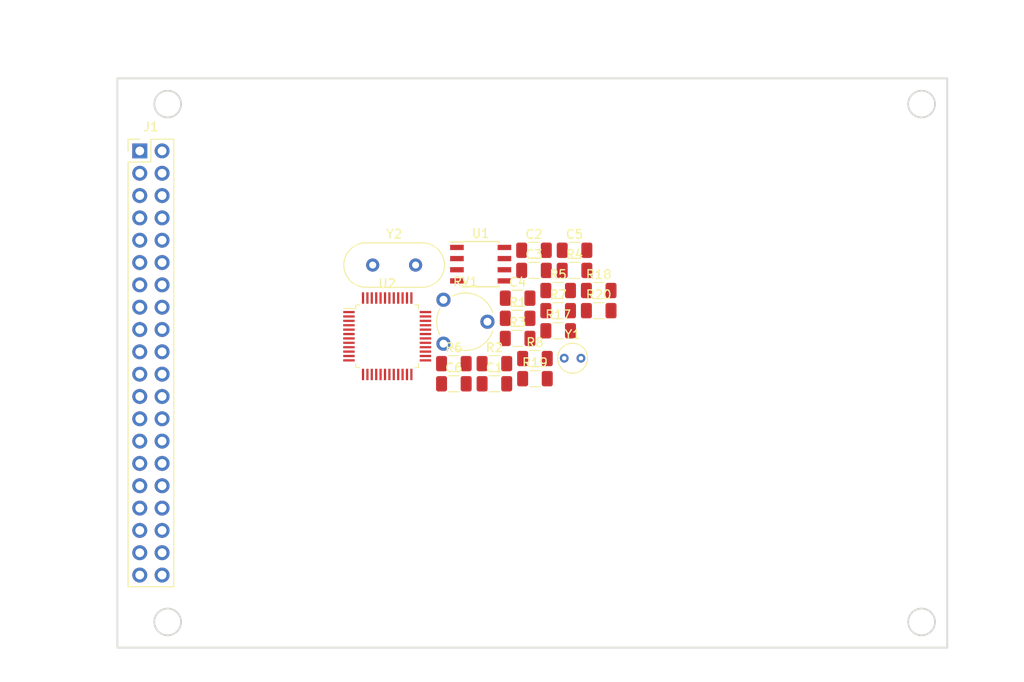
<source format=kicad_pcb>
(kicad_pcb (version 20171130) (host pcbnew 5.0.1)

  (general
    (thickness 1.6)
    (drawings 13)
    (tracks 0)
    (zones 0)
    (modules 24)
    (nets 75)
  )

  (page A4)
  (layers
    (0 F.Cu signal)
    (31 B.Cu signal)
    (32 B.Adhes user)
    (33 F.Adhes user)
    (34 B.Paste user)
    (35 F.Paste user)
    (36 B.SilkS user)
    (37 F.SilkS user)
    (38 B.Mask user)
    (39 F.Mask user)
    (40 Dwgs.User user)
    (41 Cmts.User user)
    (42 Eco1.User user)
    (43 Eco2.User user)
    (44 Edge.Cuts user)
    (45 Margin user)
    (46 B.CrtYd user)
    (47 F.CrtYd user)
    (48 B.Fab user)
    (49 F.Fab user)
  )

  (setup
    (last_trace_width 0.25)
    (trace_clearance 0.2)
    (zone_clearance 0.508)
    (zone_45_only no)
    (trace_min 0.2)
    (segment_width 0.2)
    (edge_width 0.2)
    (via_size 0.8)
    (via_drill 0.4)
    (via_min_size 0.4)
    (via_min_drill 0.3)
    (uvia_size 0.3)
    (uvia_drill 0.1)
    (uvias_allowed no)
    (uvia_min_size 0.2)
    (uvia_min_drill 0.1)
    (pcb_text_width 0.3)
    (pcb_text_size 1.5 1.5)
    (mod_edge_width 0.15)
    (mod_text_size 1 1)
    (mod_text_width 0.15)
    (pad_size 1.524 1.524)
    (pad_drill 0.762)
    (pad_to_mask_clearance 0.2)
    (solder_mask_min_width 0.25)
    (aux_axis_origin 0 0)
    (visible_elements FFFFFF7F)
    (pcbplotparams
      (layerselection 0x010fc_ffffffff)
      (usegerberextensions false)
      (usegerberattributes false)
      (usegerberadvancedattributes false)
      (creategerberjobfile false)
      (excludeedgelayer true)
      (linewidth 0.100000)
      (plotframeref false)
      (viasonmask false)
      (mode 1)
      (useauxorigin false)
      (hpglpennumber 1)
      (hpglpenspeed 20)
      (hpglpendiameter 15.000000)
      (psnegative false)
      (psa4output false)
      (plotreference true)
      (plotvalue true)
      (plotinvisibletext false)
      (padsonsilk false)
      (subtractmaskfromsilk false)
      (outputformat 1)
      (mirror false)
      (drillshape 1)
      (scaleselection 1)
      (outputdirectory ""))
  )

  (net 0 "")
  (net 1 /DB0)
  (net 2 /DB1)
  (net 3 /DB2)
  (net 4 /DB3)
  (net 5 /DB4)
  (net 6 /DB5)
  (net 7 /DB6)
  (net 8 /DB7)
  (net 9 GNDD)
  (net 10 +3V3)
  (net 11 "Net-(J1-Pad3)")
  (net 12 /RS)
  (net 13 /WR)
  (net 14 /RD)
  (net 15 /CS)
  (net 16 /F_CS)
  (net 17 "Net-(J1-Pad18)")
  (net 18 "Net-(J1-Pad20)")
  (net 19 /T_CLK)
  (net 20 /T_CS)
  (net 21 /T_DIN)
  (net 22 "Net-(J1-Pad32)")
  (net 23 /T_DO)
  (net 24 /T_IRQ)
  (net 25 /SD_DO)
  (net 26 /SD_CLK)
  (net 27 /SD_DIN)
  (net 28 /SD_CS)
  (net 29 "Net-(J1-Pad39)")
  (net 30 "Net-(J1-Pad40)")
  (net 31 /BCKL)
  (net 32 "Net-(C2-Pad2)")
  (net 33 "Net-(C1-Pad1)")
  (net 34 "Net-(C4-Pad2)")
  (net 35 /BOOT1)
  (net 36 /SCL)
  (net 37 /SDA)
  (net 38 /IR)
  (net 39 /TX)
  (net 40 /RX)
  (net 41 /USB_DM)
  (net 42 /USB_DP)
  (net 43 /SWCLK)
  (net 44 /SWDIO)
  (net 45 /SCK)
  (net 46 /BOOT0)
  (net 47 /MUTE)
  (net 48 /STBY)
  (net 49 "Net-(C5-Pad2)")
  (net 50 "Net-(C6-Pad2)")
  (net 51 +5V)
  (net 52 /SP_L)
  (net 53 /SP_R)
  (net 54 /IN_L)
  (net 55 "Net-(C1-Pad2)")
  (net 56 "Net-(C2-Pad1)")
  (net 57 "Net-(C3-Pad1)")
  (net 58 /NRST)
  (net 59 /DB15)
  (net 60 /DB14)
  (net 61 /DB13)
  (net 62 /DB12)
  (net 63 /DB11)
  (net 64 /DB10)
  (net 65 /DB9)
  (net 66 /DB8)
  (net 67 "Net-(R1-Pad2)")
  (net 68 "Net-(R2-Pad2)")
  (net 69 "Net-(R3-Pad2)")
  (net 70 "Net-(R5-Pad2)")
  (net 71 "Net-(U2-Pad1)")
  (net 72 "Net-(U2-Pad8)")
  (net 73 "Net-(U2-Pad9)")
  (net 74 /HW_RST)

  (net_class Default "Это класс цепей по умолчанию."
    (clearance 0.2)
    (trace_width 0.25)
    (via_dia 0.8)
    (via_drill 0.4)
    (uvia_dia 0.3)
    (uvia_drill 0.1)
    (add_net +3V3)
    (add_net +5V)
    (add_net /BCKL)
    (add_net /BOOT0)
    (add_net /BOOT1)
    (add_net /CS)
    (add_net /DB0)
    (add_net /DB1)
    (add_net /DB10)
    (add_net /DB11)
    (add_net /DB12)
    (add_net /DB13)
    (add_net /DB14)
    (add_net /DB15)
    (add_net /DB2)
    (add_net /DB3)
    (add_net /DB4)
    (add_net /DB5)
    (add_net /DB6)
    (add_net /DB7)
    (add_net /DB8)
    (add_net /DB9)
    (add_net /F_CS)
    (add_net /HW_RST)
    (add_net /IN_L)
    (add_net /IR)
    (add_net /MUTE)
    (add_net /NRST)
    (add_net /RD)
    (add_net /RS)
    (add_net /RX)
    (add_net /SCK)
    (add_net /SCL)
    (add_net /SDA)
    (add_net /SD_CLK)
    (add_net /SD_CS)
    (add_net /SD_DIN)
    (add_net /SD_DO)
    (add_net /SP_L)
    (add_net /SP_R)
    (add_net /STBY)
    (add_net /SWCLK)
    (add_net /SWDIO)
    (add_net /TX)
    (add_net /T_CLK)
    (add_net /T_CS)
    (add_net /T_DIN)
    (add_net /T_DO)
    (add_net /T_IRQ)
    (add_net /USB_DM)
    (add_net /USB_DP)
    (add_net /WR)
    (add_net GNDD)
    (add_net "Net-(C1-Pad1)")
    (add_net "Net-(C1-Pad2)")
    (add_net "Net-(C2-Pad1)")
    (add_net "Net-(C2-Pad2)")
    (add_net "Net-(C3-Pad1)")
    (add_net "Net-(C4-Pad2)")
    (add_net "Net-(C5-Pad2)")
    (add_net "Net-(C6-Pad2)")
    (add_net "Net-(J1-Pad18)")
    (add_net "Net-(J1-Pad20)")
    (add_net "Net-(J1-Pad3)")
    (add_net "Net-(J1-Pad32)")
    (add_net "Net-(J1-Pad39)")
    (add_net "Net-(J1-Pad40)")
    (add_net "Net-(R1-Pad2)")
    (add_net "Net-(R2-Pad2)")
    (add_net "Net-(R3-Pad2)")
    (add_net "Net-(R5-Pad2)")
    (add_net "Net-(U2-Pad1)")
    (add_net "Net-(U2-Pad8)")
    (add_net "Net-(U2-Pad9)")
  )

  (module ampcontrol-f103:PinSocket_2x20_P2.54mm_Vertical_Top_Bottom (layer F.Cu) (tedit 5C0438D4) (tstamp 5C188BFC)
    (at 139.7 81.307414)
    (descr "Through hole straight socket strip, 2x20, 2.54mm pitch, double cols (from Kicad 4.0.7), script generated")
    (tags "Through hole socket strip THT 2x20 2.54mm double row")
    (path /5C047533)
    (fp_text reference J1 (at -1.27 -2.77) (layer F.SilkS)
      (effects (font (size 1 1) (thickness 0.15)))
    )
    (fp_text value Conn_LCD (at -1.27 51.03) (layer F.Fab)
      (effects (font (size 1 1) (thickness 0.15)))
    )
    (fp_text user %R (at -1.27 24.102586 90) (layer F.Fab)
      (effects (font (size 1 1) (thickness 0.15)))
    )
    (fp_line (start -4.34 50) (end -4.34 -1.8) (layer F.CrtYd) (width 0.05))
    (fp_line (start 1.76 50) (end -4.34 50) (layer F.CrtYd) (width 0.05))
    (fp_line (start 1.76 -1.8) (end 1.76 50) (layer F.CrtYd) (width 0.05))
    (fp_line (start -4.34 -1.8) (end 1.76 -1.8) (layer F.CrtYd) (width 0.05))
    (fp_line (start -2.54 -1.357414) (end -3.87 -1.357414) (layer F.SilkS) (width 0.12))
    (fp_line (start -3.87 -1.357414) (end -3.87 -0.027414) (layer F.SilkS) (width 0.12))
    (fp_line (start -1.27 -1.357414) (end -1.27 1.242586) (layer F.SilkS) (width 0.12))
    (fp_line (start -1.27 1.242586) (end -3.87 1.242586) (layer F.SilkS) (width 0.12))
    (fp_line (start -3.87 1.242586) (end -3.87 49.562586) (layer F.SilkS) (width 0.12))
    (fp_line (start 1.33 49.562586) (end -3.87 49.562586) (layer F.SilkS) (width 0.12))
    (fp_line (start 1.33 -1.357414) (end 1.33 49.562586) (layer F.SilkS) (width 0.12))
    (fp_line (start 1.33 -1.357414) (end -1.27 -1.357414) (layer F.SilkS) (width 0.12))
    (fp_line (start 1.27 49.502586) (end 1.27 -1.297414) (layer F.Fab) (width 0.1))
    (fp_line (start -3.81 49.502586) (end 1.27 49.502586) (layer F.Fab) (width 0.1))
    (fp_line (start -3.81 -0.297414) (end -3.81 49.502586) (layer F.Fab) (width 0.1))
    (fp_line (start -2.81 -1.297414) (end -3.81 -0.297414) (layer F.Fab) (width 0.1))
    (fp_line (start 1.27 -1.297414) (end -2.81 -1.297414) (layer F.Fab) (width 0.1))
    (pad 40 thru_hole oval (at 0 48.232586) (size 1.7 1.7) (drill 1) (layers *.Cu *.Mask)
      (net 30 "Net-(J1-Pad40)"))
    (pad 39 thru_hole oval (at 0 45.692586) (size 1.7 1.7) (drill 1) (layers *.Cu *.Mask)
      (net 29 "Net-(J1-Pad39)"))
    (pad 38 thru_hole oval (at 0 43.152586) (size 1.7 1.7) (drill 1) (layers *.Cu *.Mask)
      (net 28 /SD_CS))
    (pad 37 thru_hole oval (at 0 40.612586) (size 1.7 1.7) (drill 1) (layers *.Cu *.Mask)
      (net 27 /SD_DIN))
    (pad 36 thru_hole oval (at 0 38.072586) (size 1.7 1.7) (drill 1) (layers *.Cu *.Mask)
      (net 26 /SD_CLK))
    (pad 35 thru_hole oval (at 0 35.532586) (size 1.7 1.7) (drill 1) (layers *.Cu *.Mask)
      (net 25 /SD_DO))
    (pad 34 thru_hole oval (at 0 32.992586) (size 1.7 1.7) (drill 1) (layers *.Cu *.Mask)
      (net 24 /T_IRQ))
    (pad 33 thru_hole oval (at 0 30.452586) (size 1.7 1.7) (drill 1) (layers *.Cu *.Mask)
      (net 23 /T_DO))
    (pad 32 thru_hole oval (at 0 27.912586) (size 1.7 1.7) (drill 1) (layers *.Cu *.Mask)
      (net 22 "Net-(J1-Pad32)"))
    (pad 31 thru_hole oval (at 0 25.372586) (size 1.7 1.7) (drill 1) (layers *.Cu *.Mask)
      (net 21 /T_DIN))
    (pad 30 thru_hole oval (at 0 22.832586) (size 1.7 1.7) (drill 1) (layers *.Cu *.Mask)
      (net 20 /T_CS))
    (pad 29 thru_hole oval (at 0 20.292586) (size 1.7 1.7) (drill 1) (layers *.Cu *.Mask)
      (net 19 /T_CLK))
    (pad 28 thru_hole oval (at 0 17.752586) (size 1.7 1.7) (drill 1) (layers *.Cu *.Mask)
      (net 8 /DB7))
    (pad 27 thru_hole oval (at 0 15.212586) (size 1.7 1.7) (drill 1) (layers *.Cu *.Mask)
      (net 7 /DB6))
    (pad 26 thru_hole oval (at 0 12.672586) (size 1.7 1.7) (drill 1) (layers *.Cu *.Mask)
      (net 6 /DB5))
    (pad 25 thru_hole oval (at 0 10.132586) (size 1.7 1.7) (drill 1) (layers *.Cu *.Mask)
      (net 5 /DB4))
    (pad 24 thru_hole oval (at 0 7.592586) (size 1.7 1.7) (drill 1) (layers *.Cu *.Mask)
      (net 4 /DB3))
    (pad 23 thru_hole oval (at 0 5.052586) (size 1.7 1.7) (drill 1) (layers *.Cu *.Mask)
      (net 3 /DB2))
    (pad 22 thru_hole oval (at 0 2.512586) (size 1.7 1.7) (drill 1) (layers *.Cu *.Mask)
      (net 2 /DB1))
    (pad 21 thru_hole oval (at 0 -0.027414) (size 1.7 1.7) (drill 1) (layers *.Cu *.Mask)
      (net 1 /DB0))
    (pad 20 thru_hole oval (at -2.54 48.232586) (size 1.7 1.7) (drill 1) (layers *.Cu *.Mask)
      (net 18 "Net-(J1-Pad20)"))
    (pad 19 thru_hole oval (at -2.54 45.692586) (size 1.7 1.7) (drill 1) (layers *.Cu *.Mask)
      (net 31 /BCKL))
    (pad 18 thru_hole oval (at -2.54 43.152586) (size 1.7 1.7) (drill 1) (layers *.Cu *.Mask)
      (net 17 "Net-(J1-Pad18)"))
    (pad 17 thru_hole oval (at -2.54 40.612586) (size 1.7 1.7) (drill 1) (layers *.Cu *.Mask)
      (net 58 /NRST))
    (pad 16 thru_hole oval (at -2.54 38.072586) (size 1.7 1.7) (drill 1) (layers *.Cu *.Mask)
      (net 16 /F_CS))
    (pad 15 thru_hole oval (at -2.54 35.532586) (size 1.7 1.7) (drill 1) (layers *.Cu *.Mask)
      (net 15 /CS))
    (pad 14 thru_hole oval (at -2.54 32.992586) (size 1.7 1.7) (drill 1) (layers *.Cu *.Mask)
      (net 59 /DB15))
    (pad 13 thru_hole oval (at -2.54 30.452586) (size 1.7 1.7) (drill 1) (layers *.Cu *.Mask)
      (net 60 /DB14))
    (pad 12 thru_hole oval (at -2.54 27.912586) (size 1.7 1.7) (drill 1) (layers *.Cu *.Mask)
      (net 61 /DB13))
    (pad 11 thru_hole oval (at -2.54 25.372586) (size 1.7 1.7) (drill 1) (layers *.Cu *.Mask)
      (net 62 /DB12))
    (pad 10 thru_hole oval (at -2.54 22.832586) (size 1.7 1.7) (drill 1) (layers *.Cu *.Mask)
      (net 63 /DB11))
    (pad 9 thru_hole oval (at -2.54 20.292586) (size 1.7 1.7) (drill 1) (layers *.Cu *.Mask)
      (net 64 /DB10))
    (pad 8 thru_hole oval (at -2.54 17.752586) (size 1.7 1.7) (drill 1) (layers *.Cu *.Mask)
      (net 65 /DB9))
    (pad 7 thru_hole oval (at -2.54 15.212586) (size 1.7 1.7) (drill 1) (layers *.Cu *.Mask)
      (net 66 /DB8))
    (pad 6 thru_hole oval (at -2.54 12.672586) (size 1.7 1.7) (drill 1) (layers *.Cu *.Mask)
      (net 14 /RD))
    (pad 5 thru_hole oval (at -2.54 10.132586) (size 1.7 1.7) (drill 1) (layers *.Cu *.Mask)
      (net 13 /WR))
    (pad 4 thru_hole oval (at -2.54 7.592586) (size 1.7 1.7) (drill 1) (layers *.Cu *.Mask)
      (net 12 /RS))
    (pad 3 thru_hole oval (at -2.54 5.052586) (size 1.7 1.7) (drill 1) (layers *.Cu *.Mask)
      (net 11 "Net-(J1-Pad3)"))
    (pad 2 thru_hole oval (at -2.54 2.512586) (size 1.7 1.7) (drill 1) (layers *.Cu *.Mask)
      (net 10 +3V3))
    (pad 1 thru_hole rect (at -2.54 -0.027414) (size 1.7 1.7) (drill 1) (layers *.Cu *.Mask)
      (net 9 GNDD))
    (model ${KISYS3DMOD}/Connector_PinSocket_2.54mm.3dshapes/PinSocket_2x20_P2.54mm_Vertical.wrl
      (at (xyz 0 0 0))
      (scale (xyz 1 1 1))
      (rotate (xyz 0 0 0))
    )
  )

  (module Capacitor_SMD:C_1206_3216Metric (layer F.Cu) (tedit 5B301BBE) (tstamp 5C365FAC)
    (at 177.485001 107.775001)
    (descr "Capacitor SMD 1206 (3216 Metric), square (rectangular) end terminal, IPC_7351 nominal, (Body size source: http://www.tortai-tech.com/upload/download/2011102023233369053.pdf), generated with kicad-footprint-generator")
    (tags capacitor)
    (path /5C19B1FC)
    (attr smd)
    (fp_text reference C1 (at 0 -1.82) (layer F.SilkS)
      (effects (font (size 1 1) (thickness 0.15)))
    )
    (fp_text value 20p (at 0 1.82) (layer F.Fab)
      (effects (font (size 1 1) (thickness 0.15)))
    )
    (fp_text user %R (at 0 0) (layer F.Fab)
      (effects (font (size 0.8 0.8) (thickness 0.12)))
    )
    (fp_line (start 2.28 1.12) (end -2.28 1.12) (layer F.CrtYd) (width 0.05))
    (fp_line (start 2.28 -1.12) (end 2.28 1.12) (layer F.CrtYd) (width 0.05))
    (fp_line (start -2.28 -1.12) (end 2.28 -1.12) (layer F.CrtYd) (width 0.05))
    (fp_line (start -2.28 1.12) (end -2.28 -1.12) (layer F.CrtYd) (width 0.05))
    (fp_line (start -0.602064 0.91) (end 0.602064 0.91) (layer F.SilkS) (width 0.12))
    (fp_line (start -0.602064 -0.91) (end 0.602064 -0.91) (layer F.SilkS) (width 0.12))
    (fp_line (start 1.6 0.8) (end -1.6 0.8) (layer F.Fab) (width 0.1))
    (fp_line (start 1.6 -0.8) (end 1.6 0.8) (layer F.Fab) (width 0.1))
    (fp_line (start -1.6 -0.8) (end 1.6 -0.8) (layer F.Fab) (width 0.1))
    (fp_line (start -1.6 0.8) (end -1.6 -0.8) (layer F.Fab) (width 0.1))
    (pad 2 smd roundrect (at 1.4 0) (size 1.25 1.75) (layers F.Cu F.Paste F.Mask) (roundrect_rratio 0.2)
      (net 55 "Net-(C1-Pad2)"))
    (pad 1 smd roundrect (at -1.4 0) (size 1.25 1.75) (layers F.Cu F.Paste F.Mask) (roundrect_rratio 0.2)
      (net 33 "Net-(C1-Pad1)"))
    (model ${KISYS3DMOD}/Capacitor_SMD.3dshapes/C_1206_3216Metric.wrl
      (at (xyz 0 0 0))
      (scale (xyz 1 1 1))
      (rotate (xyz 0 0 0))
    )
  )

  (module Capacitor_SMD:C_1206_3216Metric (layer F.Cu) (tedit 5B301BBE) (tstamp 5C365FBD)
    (at 181.985001 92.585001)
    (descr "Capacitor SMD 1206 (3216 Metric), square (rectangular) end terminal, IPC_7351 nominal, (Body size source: http://www.tortai-tech.com/upload/download/2011102023233369053.pdf), generated with kicad-footprint-generator")
    (tags capacitor)
    (path /5C1CAA4F)
    (attr smd)
    (fp_text reference C2 (at 0 -1.82) (layer F.SilkS)
      (effects (font (size 1 1) (thickness 0.15)))
    )
    (fp_text value 20p (at 0 1.82) (layer F.Fab)
      (effects (font (size 1 1) (thickness 0.15)))
    )
    (fp_line (start -1.6 0.8) (end -1.6 -0.8) (layer F.Fab) (width 0.1))
    (fp_line (start -1.6 -0.8) (end 1.6 -0.8) (layer F.Fab) (width 0.1))
    (fp_line (start 1.6 -0.8) (end 1.6 0.8) (layer F.Fab) (width 0.1))
    (fp_line (start 1.6 0.8) (end -1.6 0.8) (layer F.Fab) (width 0.1))
    (fp_line (start -0.602064 -0.91) (end 0.602064 -0.91) (layer F.SilkS) (width 0.12))
    (fp_line (start -0.602064 0.91) (end 0.602064 0.91) (layer F.SilkS) (width 0.12))
    (fp_line (start -2.28 1.12) (end -2.28 -1.12) (layer F.CrtYd) (width 0.05))
    (fp_line (start -2.28 -1.12) (end 2.28 -1.12) (layer F.CrtYd) (width 0.05))
    (fp_line (start 2.28 -1.12) (end 2.28 1.12) (layer F.CrtYd) (width 0.05))
    (fp_line (start 2.28 1.12) (end -2.28 1.12) (layer F.CrtYd) (width 0.05))
    (fp_text user %R (at 0 0) (layer F.Fab)
      (effects (font (size 0.8 0.8) (thickness 0.12)))
    )
    (pad 1 smd roundrect (at -1.4 0) (size 1.25 1.75) (layers F.Cu F.Paste F.Mask) (roundrect_rratio 0.2)
      (net 56 "Net-(C2-Pad1)"))
    (pad 2 smd roundrect (at 1.4 0) (size 1.25 1.75) (layers F.Cu F.Paste F.Mask) (roundrect_rratio 0.2)
      (net 32 "Net-(C2-Pad2)"))
    (model ${KISYS3DMOD}/Capacitor_SMD.3dshapes/C_1206_3216Metric.wrl
      (at (xyz 0 0 0))
      (scale (xyz 1 1 1))
      (rotate (xyz 0 0 0))
    )
  )

  (module Capacitor_SMD:C_1206_3216Metric (layer F.Cu) (tedit 5B301BBE) (tstamp 5C365FCE)
    (at 181.985001 94.875001)
    (descr "Capacitor SMD 1206 (3216 Metric), square (rectangular) end terminal, IPC_7351 nominal, (Body size source: http://www.tortai-tech.com/upload/download/2011102023233369053.pdf), generated with kicad-footprint-generator")
    (tags capacitor)
    (path /5C12CD53)
    (attr smd)
    (fp_text reference C3 (at 0 -1.82) (layer F.SilkS)
      (effects (font (size 1 1) (thickness 0.15)))
    )
    (fp_text value 6p2 (at 0 1.82) (layer F.Fab)
      (effects (font (size 1 1) (thickness 0.15)))
    )
    (fp_text user %R (at 0 0) (layer F.Fab)
      (effects (font (size 0.8 0.8) (thickness 0.12)))
    )
    (fp_line (start 2.28 1.12) (end -2.28 1.12) (layer F.CrtYd) (width 0.05))
    (fp_line (start 2.28 -1.12) (end 2.28 1.12) (layer F.CrtYd) (width 0.05))
    (fp_line (start -2.28 -1.12) (end 2.28 -1.12) (layer F.CrtYd) (width 0.05))
    (fp_line (start -2.28 1.12) (end -2.28 -1.12) (layer F.CrtYd) (width 0.05))
    (fp_line (start -0.602064 0.91) (end 0.602064 0.91) (layer F.SilkS) (width 0.12))
    (fp_line (start -0.602064 -0.91) (end 0.602064 -0.91) (layer F.SilkS) (width 0.12))
    (fp_line (start 1.6 0.8) (end -1.6 0.8) (layer F.Fab) (width 0.1))
    (fp_line (start 1.6 -0.8) (end 1.6 0.8) (layer F.Fab) (width 0.1))
    (fp_line (start -1.6 -0.8) (end 1.6 -0.8) (layer F.Fab) (width 0.1))
    (fp_line (start -1.6 0.8) (end -1.6 -0.8) (layer F.Fab) (width 0.1))
    (pad 2 smd roundrect (at 1.4 0) (size 1.25 1.75) (layers F.Cu F.Paste F.Mask) (roundrect_rratio 0.2)
      (net 9 GNDD))
    (pad 1 smd roundrect (at -1.4 0) (size 1.25 1.75) (layers F.Cu F.Paste F.Mask) (roundrect_rratio 0.2)
      (net 57 "Net-(C3-Pad1)"))
    (model ${KISYS3DMOD}/Capacitor_SMD.3dshapes/C_1206_3216Metric.wrl
      (at (xyz 0 0 0))
      (scale (xyz 1 1 1))
      (rotate (xyz 0 0 0))
    )
  )

  (module Capacitor_SMD:C_1206_3216Metric (layer F.Cu) (tedit 5B301BBE) (tstamp 5C365FDF)
    (at 180.125001 98.035001)
    (descr "Capacitor SMD 1206 (3216 Metric), square (rectangular) end terminal, IPC_7351 nominal, (Body size source: http://www.tortai-tech.com/upload/download/2011102023233369053.pdf), generated with kicad-footprint-generator")
    (tags capacitor)
    (path /5C12CD09)
    (attr smd)
    (fp_text reference C4 (at 0 -1.82) (layer F.SilkS)
      (effects (font (size 1 1) (thickness 0.15)))
    )
    (fp_text value 6p2 (at 0 1.82) (layer F.Fab)
      (effects (font (size 1 1) (thickness 0.15)))
    )
    (fp_line (start -1.6 0.8) (end -1.6 -0.8) (layer F.Fab) (width 0.1))
    (fp_line (start -1.6 -0.8) (end 1.6 -0.8) (layer F.Fab) (width 0.1))
    (fp_line (start 1.6 -0.8) (end 1.6 0.8) (layer F.Fab) (width 0.1))
    (fp_line (start 1.6 0.8) (end -1.6 0.8) (layer F.Fab) (width 0.1))
    (fp_line (start -0.602064 -0.91) (end 0.602064 -0.91) (layer F.SilkS) (width 0.12))
    (fp_line (start -0.602064 0.91) (end 0.602064 0.91) (layer F.SilkS) (width 0.12))
    (fp_line (start -2.28 1.12) (end -2.28 -1.12) (layer F.CrtYd) (width 0.05))
    (fp_line (start -2.28 -1.12) (end 2.28 -1.12) (layer F.CrtYd) (width 0.05))
    (fp_line (start 2.28 -1.12) (end 2.28 1.12) (layer F.CrtYd) (width 0.05))
    (fp_line (start 2.28 1.12) (end -2.28 1.12) (layer F.CrtYd) (width 0.05))
    (fp_text user %R (at 0 0) (layer F.Fab)
      (effects (font (size 0.8 0.8) (thickness 0.12)))
    )
    (pad 1 smd roundrect (at -1.4 0) (size 1.25 1.75) (layers F.Cu F.Paste F.Mask) (roundrect_rratio 0.2)
      (net 9 GNDD))
    (pad 2 smd roundrect (at 1.4 0) (size 1.25 1.75) (layers F.Cu F.Paste F.Mask) (roundrect_rratio 0.2)
      (net 34 "Net-(C4-Pad2)"))
    (model ${KISYS3DMOD}/Capacitor_SMD.3dshapes/C_1206_3216Metric.wrl
      (at (xyz 0 0 0))
      (scale (xyz 1 1 1))
      (rotate (xyz 0 0 0))
    )
  )

  (module Capacitor_SMD:C_1206_3216Metric (layer F.Cu) (tedit 5B301BBE) (tstamp 5C365FF0)
    (at 186.595001 92.585001)
    (descr "Capacitor SMD 1206 (3216 Metric), square (rectangular) end terminal, IPC_7351 nominal, (Body size source: http://www.tortai-tech.com/upload/download/2011102023233369053.pdf), generated with kicad-footprint-generator")
    (tags capacitor)
    (path /5C1235AB)
    (attr smd)
    (fp_text reference C5 (at 0 -1.82) (layer F.SilkS)
      (effects (font (size 1 1) (thickness 0.15)))
    )
    (fp_text value 20p (at 0 1.82) (layer F.Fab)
      (effects (font (size 1 1) (thickness 0.15)))
    )
    (fp_text user %R (at 0 0) (layer F.Fab)
      (effects (font (size 0.8 0.8) (thickness 0.12)))
    )
    (fp_line (start 2.28 1.12) (end -2.28 1.12) (layer F.CrtYd) (width 0.05))
    (fp_line (start 2.28 -1.12) (end 2.28 1.12) (layer F.CrtYd) (width 0.05))
    (fp_line (start -2.28 -1.12) (end 2.28 -1.12) (layer F.CrtYd) (width 0.05))
    (fp_line (start -2.28 1.12) (end -2.28 -1.12) (layer F.CrtYd) (width 0.05))
    (fp_line (start -0.602064 0.91) (end 0.602064 0.91) (layer F.SilkS) (width 0.12))
    (fp_line (start -0.602064 -0.91) (end 0.602064 -0.91) (layer F.SilkS) (width 0.12))
    (fp_line (start 1.6 0.8) (end -1.6 0.8) (layer F.Fab) (width 0.1))
    (fp_line (start 1.6 -0.8) (end 1.6 0.8) (layer F.Fab) (width 0.1))
    (fp_line (start -1.6 -0.8) (end 1.6 -0.8) (layer F.Fab) (width 0.1))
    (fp_line (start -1.6 0.8) (end -1.6 -0.8) (layer F.Fab) (width 0.1))
    (pad 2 smd roundrect (at 1.4 0) (size 1.25 1.75) (layers F.Cu F.Paste F.Mask) (roundrect_rratio 0.2)
      (net 49 "Net-(C5-Pad2)"))
    (pad 1 smd roundrect (at -1.4 0) (size 1.25 1.75) (layers F.Cu F.Paste F.Mask) (roundrect_rratio 0.2)
      (net 9 GNDD))
    (model ${KISYS3DMOD}/Capacitor_SMD.3dshapes/C_1206_3216Metric.wrl
      (at (xyz 0 0 0))
      (scale (xyz 1 1 1))
      (rotate (xyz 0 0 0))
    )
  )

  (module Capacitor_SMD:C_1206_3216Metric (layer F.Cu) (tedit 5B301BBE) (tstamp 5C366001)
    (at 172.875001 107.775001)
    (descr "Capacitor SMD 1206 (3216 Metric), square (rectangular) end terminal, IPC_7351 nominal, (Body size source: http://www.tortai-tech.com/upload/download/2011102023233369053.pdf), generated with kicad-footprint-generator")
    (tags capacitor)
    (path /5C12356D)
    (attr smd)
    (fp_text reference C6 (at 0 -1.82) (layer F.SilkS)
      (effects (font (size 1 1) (thickness 0.15)))
    )
    (fp_text value 20p (at 0 1.82) (layer F.Fab)
      (effects (font (size 1 1) (thickness 0.15)))
    )
    (fp_line (start -1.6 0.8) (end -1.6 -0.8) (layer F.Fab) (width 0.1))
    (fp_line (start -1.6 -0.8) (end 1.6 -0.8) (layer F.Fab) (width 0.1))
    (fp_line (start 1.6 -0.8) (end 1.6 0.8) (layer F.Fab) (width 0.1))
    (fp_line (start 1.6 0.8) (end -1.6 0.8) (layer F.Fab) (width 0.1))
    (fp_line (start -0.602064 -0.91) (end 0.602064 -0.91) (layer F.SilkS) (width 0.12))
    (fp_line (start -0.602064 0.91) (end 0.602064 0.91) (layer F.SilkS) (width 0.12))
    (fp_line (start -2.28 1.12) (end -2.28 -1.12) (layer F.CrtYd) (width 0.05))
    (fp_line (start -2.28 -1.12) (end 2.28 -1.12) (layer F.CrtYd) (width 0.05))
    (fp_line (start 2.28 -1.12) (end 2.28 1.12) (layer F.CrtYd) (width 0.05))
    (fp_line (start 2.28 1.12) (end -2.28 1.12) (layer F.CrtYd) (width 0.05))
    (fp_text user %R (at 0 0) (layer F.Fab)
      (effects (font (size 0.8 0.8) (thickness 0.12)))
    )
    (pad 1 smd roundrect (at -1.4 0) (size 1.25 1.75) (layers F.Cu F.Paste F.Mask) (roundrect_rratio 0.2)
      (net 9 GNDD))
    (pad 2 smd roundrect (at 1.4 0) (size 1.25 1.75) (layers F.Cu F.Paste F.Mask) (roundrect_rratio 0.2)
      (net 50 "Net-(C6-Pad2)"))
    (model ${KISYS3DMOD}/Capacitor_SMD.3dshapes/C_1206_3216Metric.wrl
      (at (xyz 0 0 0))
      (scale (xyz 1 1 1))
      (rotate (xyz 0 0 0))
    )
  )

  (module Resistor_SMD:R_1206_3216Metric (layer F.Cu) (tedit 5B301BBD) (tstamp 5C366012)
    (at 180.125001 100.325001)
    (descr "Resistor SMD 1206 (3216 Metric), square (rectangular) end terminal, IPC_7351 nominal, (Body size source: http://www.tortai-tech.com/upload/download/2011102023233369053.pdf), generated with kicad-footprint-generator")
    (tags resistor)
    (path /5C18A86C)
    (attr smd)
    (fp_text reference R1 (at 0 -1.82) (layer F.SilkS)
      (effects (font (size 1 1) (thickness 0.15)))
    )
    (fp_text value 10k (at 0 1.82) (layer F.Fab)
      (effects (font (size 1 1) (thickness 0.15)))
    )
    (fp_text user %R (at 0 0) (layer F.Fab)
      (effects (font (size 0.8 0.8) (thickness 0.12)))
    )
    (fp_line (start 2.28 1.12) (end -2.28 1.12) (layer F.CrtYd) (width 0.05))
    (fp_line (start 2.28 -1.12) (end 2.28 1.12) (layer F.CrtYd) (width 0.05))
    (fp_line (start -2.28 -1.12) (end 2.28 -1.12) (layer F.CrtYd) (width 0.05))
    (fp_line (start -2.28 1.12) (end -2.28 -1.12) (layer F.CrtYd) (width 0.05))
    (fp_line (start -0.602064 0.91) (end 0.602064 0.91) (layer F.SilkS) (width 0.12))
    (fp_line (start -0.602064 -0.91) (end 0.602064 -0.91) (layer F.SilkS) (width 0.12))
    (fp_line (start 1.6 0.8) (end -1.6 0.8) (layer F.Fab) (width 0.1))
    (fp_line (start 1.6 -0.8) (end 1.6 0.8) (layer F.Fab) (width 0.1))
    (fp_line (start -1.6 -0.8) (end 1.6 -0.8) (layer F.Fab) (width 0.1))
    (fp_line (start -1.6 0.8) (end -1.6 -0.8) (layer F.Fab) (width 0.1))
    (pad 2 smd roundrect (at 1.4 0) (size 1.25 1.75) (layers F.Cu F.Paste F.Mask) (roundrect_rratio 0.2)
      (net 67 "Net-(R1-Pad2)"))
    (pad 1 smd roundrect (at -1.4 0) (size 1.25 1.75) (layers F.Cu F.Paste F.Mask) (roundrect_rratio 0.2)
      (net 33 "Net-(C1-Pad1)"))
    (model ${KISYS3DMOD}/Resistor_SMD.3dshapes/R_1206_3216Metric.wrl
      (at (xyz 0 0 0))
      (scale (xyz 1 1 1))
      (rotate (xyz 0 0 0))
    )
  )

  (module Resistor_SMD:R_1206_3216Metric (layer F.Cu) (tedit 5B301BBD) (tstamp 5C366023)
    (at 177.485001 105.485001)
    (descr "Resistor SMD 1206 (3216 Metric), square (rectangular) end terminal, IPC_7351 nominal, (Body size source: http://www.tortai-tech.com/upload/download/2011102023233369053.pdf), generated with kicad-footprint-generator")
    (tags resistor)
    (path /5C1CAA46)
    (attr smd)
    (fp_text reference R2 (at 0 -1.82) (layer F.SilkS)
      (effects (font (size 1 1) (thickness 0.15)))
    )
    (fp_text value 10k (at 0 1.82) (layer F.Fab)
      (effects (font (size 1 1) (thickness 0.15)))
    )
    (fp_text user %R (at 0 0) (layer F.Fab)
      (effects (font (size 0.8 0.8) (thickness 0.12)))
    )
    (fp_line (start 2.28 1.12) (end -2.28 1.12) (layer F.CrtYd) (width 0.05))
    (fp_line (start 2.28 -1.12) (end 2.28 1.12) (layer F.CrtYd) (width 0.05))
    (fp_line (start -2.28 -1.12) (end 2.28 -1.12) (layer F.CrtYd) (width 0.05))
    (fp_line (start -2.28 1.12) (end -2.28 -1.12) (layer F.CrtYd) (width 0.05))
    (fp_line (start -0.602064 0.91) (end 0.602064 0.91) (layer F.SilkS) (width 0.12))
    (fp_line (start -0.602064 -0.91) (end 0.602064 -0.91) (layer F.SilkS) (width 0.12))
    (fp_line (start 1.6 0.8) (end -1.6 0.8) (layer F.Fab) (width 0.1))
    (fp_line (start 1.6 -0.8) (end 1.6 0.8) (layer F.Fab) (width 0.1))
    (fp_line (start -1.6 -0.8) (end 1.6 -0.8) (layer F.Fab) (width 0.1))
    (fp_line (start -1.6 0.8) (end -1.6 -0.8) (layer F.Fab) (width 0.1))
    (pad 2 smd roundrect (at 1.4 0) (size 1.25 1.75) (layers F.Cu F.Paste F.Mask) (roundrect_rratio 0.2)
      (net 68 "Net-(R2-Pad2)"))
    (pad 1 smd roundrect (at -1.4 0) (size 1.25 1.75) (layers F.Cu F.Paste F.Mask) (roundrect_rratio 0.2)
      (net 56 "Net-(C2-Pad1)"))
    (model ${KISYS3DMOD}/Resistor_SMD.3dshapes/R_1206_3216Metric.wrl
      (at (xyz 0 0 0))
      (scale (xyz 1 1 1))
      (rotate (xyz 0 0 0))
    )
  )

  (module Resistor_SMD:R_1206_3216Metric (layer F.Cu) (tedit 5B301BBD) (tstamp 5C366034)
    (at 180.125001 102.615001)
    (descr "Resistor SMD 1206 (3216 Metric), square (rectangular) end terminal, IPC_7351 nominal, (Body size source: http://www.tortai-tech.com/upload/download/2011102023233369053.pdf), generated with kicad-footprint-generator")
    (tags resistor)
    (path /5C19A62C)
    (attr smd)
    (fp_text reference R3 (at 0 -1.82) (layer F.SilkS)
      (effects (font (size 1 1) (thickness 0.15)))
    )
    (fp_text value 22k (at 0 1.82) (layer F.Fab)
      (effects (font (size 1 1) (thickness 0.15)))
    )
    (fp_text user %R (at 0 0) (layer F.Fab)
      (effects (font (size 0.8 0.8) (thickness 0.12)))
    )
    (fp_line (start 2.28 1.12) (end -2.28 1.12) (layer F.CrtYd) (width 0.05))
    (fp_line (start 2.28 -1.12) (end 2.28 1.12) (layer F.CrtYd) (width 0.05))
    (fp_line (start -2.28 -1.12) (end 2.28 -1.12) (layer F.CrtYd) (width 0.05))
    (fp_line (start -2.28 1.12) (end -2.28 -1.12) (layer F.CrtYd) (width 0.05))
    (fp_line (start -0.602064 0.91) (end 0.602064 0.91) (layer F.SilkS) (width 0.12))
    (fp_line (start -0.602064 -0.91) (end 0.602064 -0.91) (layer F.SilkS) (width 0.12))
    (fp_line (start 1.6 0.8) (end -1.6 0.8) (layer F.Fab) (width 0.1))
    (fp_line (start 1.6 -0.8) (end 1.6 0.8) (layer F.Fab) (width 0.1))
    (fp_line (start -1.6 -0.8) (end 1.6 -0.8) (layer F.Fab) (width 0.1))
    (fp_line (start -1.6 0.8) (end -1.6 -0.8) (layer F.Fab) (width 0.1))
    (pad 2 smd roundrect (at 1.4 0) (size 1.25 1.75) (layers F.Cu F.Paste F.Mask) (roundrect_rratio 0.2)
      (net 69 "Net-(R3-Pad2)"))
    (pad 1 smd roundrect (at -1.4 0) (size 1.25 1.75) (layers F.Cu F.Paste F.Mask) (roundrect_rratio 0.2)
      (net 10 +3V3))
    (model ${KISYS3DMOD}/Resistor_SMD.3dshapes/R_1206_3216Metric.wrl
      (at (xyz 0 0 0))
      (scale (xyz 1 1 1))
      (rotate (xyz 0 0 0))
    )
  )

  (module Resistor_SMD:R_1206_3216Metric (layer F.Cu) (tedit 5B301BBD) (tstamp 5C366045)
    (at 186.595001 94.875001)
    (descr "Resistor SMD 1206 (3216 Metric), square (rectangular) end terminal, IPC_7351 nominal, (Body size source: http://www.tortai-tech.com/upload/download/2011102023233369053.pdf), generated with kicad-footprint-generator")
    (tags resistor)
    (path /5C18283C)
    (attr smd)
    (fp_text reference R4 (at 0 -1.82) (layer F.SilkS)
      (effects (font (size 1 1) (thickness 0.15)))
    )
    (fp_text value 22k (at 0 1.82) (layer F.Fab)
      (effects (font (size 1 1) (thickness 0.15)))
    )
    (fp_line (start -1.6 0.8) (end -1.6 -0.8) (layer F.Fab) (width 0.1))
    (fp_line (start -1.6 -0.8) (end 1.6 -0.8) (layer F.Fab) (width 0.1))
    (fp_line (start 1.6 -0.8) (end 1.6 0.8) (layer F.Fab) (width 0.1))
    (fp_line (start 1.6 0.8) (end -1.6 0.8) (layer F.Fab) (width 0.1))
    (fp_line (start -0.602064 -0.91) (end 0.602064 -0.91) (layer F.SilkS) (width 0.12))
    (fp_line (start -0.602064 0.91) (end 0.602064 0.91) (layer F.SilkS) (width 0.12))
    (fp_line (start -2.28 1.12) (end -2.28 -1.12) (layer F.CrtYd) (width 0.05))
    (fp_line (start -2.28 -1.12) (end 2.28 -1.12) (layer F.CrtYd) (width 0.05))
    (fp_line (start 2.28 -1.12) (end 2.28 1.12) (layer F.CrtYd) (width 0.05))
    (fp_line (start 2.28 1.12) (end -2.28 1.12) (layer F.CrtYd) (width 0.05))
    (fp_text user %R (at 0 0) (layer F.Fab)
      (effects (font (size 0.8 0.8) (thickness 0.12)))
    )
    (pad 1 smd roundrect (at -1.4 0) (size 1.25 1.75) (layers F.Cu F.Paste F.Mask) (roundrect_rratio 0.2)
      (net 69 "Net-(R3-Pad2)"))
    (pad 2 smd roundrect (at 1.4 0) (size 1.25 1.75) (layers F.Cu F.Paste F.Mask) (roundrect_rratio 0.2)
      (net 9 GNDD))
    (model ${KISYS3DMOD}/Resistor_SMD.3dshapes/R_1206_3216Metric.wrl
      (at (xyz 0 0 0))
      (scale (xyz 1 1 1))
      (rotate (xyz 0 0 0))
    )
  )

  (module Resistor_SMD:R_1206_3216Metric (layer F.Cu) (tedit 5B301BBD) (tstamp 5C366056)
    (at 184.735001 97.165001)
    (descr "Resistor SMD 1206 (3216 Metric), square (rectangular) end terminal, IPC_7351 nominal, (Body size source: http://www.tortai-tech.com/upload/download/2011102023233369053.pdf), generated with kicad-footprint-generator")
    (tags resistor)
    (path /5C1CAA35)
    (attr smd)
    (fp_text reference R5 (at 0 -1.82) (layer F.SilkS)
      (effects (font (size 1 1) (thickness 0.15)))
    )
    (fp_text value 22k (at 0 1.82) (layer F.Fab)
      (effects (font (size 1 1) (thickness 0.15)))
    )
    (fp_text user %R (at 0 0) (layer F.Fab)
      (effects (font (size 0.8 0.8) (thickness 0.12)))
    )
    (fp_line (start 2.28 1.12) (end -2.28 1.12) (layer F.CrtYd) (width 0.05))
    (fp_line (start 2.28 -1.12) (end 2.28 1.12) (layer F.CrtYd) (width 0.05))
    (fp_line (start -2.28 -1.12) (end 2.28 -1.12) (layer F.CrtYd) (width 0.05))
    (fp_line (start -2.28 1.12) (end -2.28 -1.12) (layer F.CrtYd) (width 0.05))
    (fp_line (start -0.602064 0.91) (end 0.602064 0.91) (layer F.SilkS) (width 0.12))
    (fp_line (start -0.602064 -0.91) (end 0.602064 -0.91) (layer F.SilkS) (width 0.12))
    (fp_line (start 1.6 0.8) (end -1.6 0.8) (layer F.Fab) (width 0.1))
    (fp_line (start 1.6 -0.8) (end 1.6 0.8) (layer F.Fab) (width 0.1))
    (fp_line (start -1.6 -0.8) (end 1.6 -0.8) (layer F.Fab) (width 0.1))
    (fp_line (start -1.6 0.8) (end -1.6 -0.8) (layer F.Fab) (width 0.1))
    (pad 2 smd roundrect (at 1.4 0) (size 1.25 1.75) (layers F.Cu F.Paste F.Mask) (roundrect_rratio 0.2)
      (net 70 "Net-(R5-Pad2)"))
    (pad 1 smd roundrect (at -1.4 0) (size 1.25 1.75) (layers F.Cu F.Paste F.Mask) (roundrect_rratio 0.2)
      (net 10 +3V3))
    (model ${KISYS3DMOD}/Resistor_SMD.3dshapes/R_1206_3216Metric.wrl
      (at (xyz 0 0 0))
      (scale (xyz 1 1 1))
      (rotate (xyz 0 0 0))
    )
  )

  (module Resistor_SMD:R_1206_3216Metric (layer F.Cu) (tedit 5B301BBD) (tstamp 5C366067)
    (at 172.875001 105.485001)
    (descr "Resistor SMD 1206 (3216 Metric), square (rectangular) end terminal, IPC_7351 nominal, (Body size source: http://www.tortai-tech.com/upload/download/2011102023233369053.pdf), generated with kicad-footprint-generator")
    (tags resistor)
    (path /5C1CAA3C)
    (attr smd)
    (fp_text reference R6 (at 0 -1.82) (layer F.SilkS)
      (effects (font (size 1 1) (thickness 0.15)))
    )
    (fp_text value 22k (at 0 1.82) (layer F.Fab)
      (effects (font (size 1 1) (thickness 0.15)))
    )
    (fp_line (start -1.6 0.8) (end -1.6 -0.8) (layer F.Fab) (width 0.1))
    (fp_line (start -1.6 -0.8) (end 1.6 -0.8) (layer F.Fab) (width 0.1))
    (fp_line (start 1.6 -0.8) (end 1.6 0.8) (layer F.Fab) (width 0.1))
    (fp_line (start 1.6 0.8) (end -1.6 0.8) (layer F.Fab) (width 0.1))
    (fp_line (start -0.602064 -0.91) (end 0.602064 -0.91) (layer F.SilkS) (width 0.12))
    (fp_line (start -0.602064 0.91) (end 0.602064 0.91) (layer F.SilkS) (width 0.12))
    (fp_line (start -2.28 1.12) (end -2.28 -1.12) (layer F.CrtYd) (width 0.05))
    (fp_line (start -2.28 -1.12) (end 2.28 -1.12) (layer F.CrtYd) (width 0.05))
    (fp_line (start 2.28 -1.12) (end 2.28 1.12) (layer F.CrtYd) (width 0.05))
    (fp_line (start 2.28 1.12) (end -2.28 1.12) (layer F.CrtYd) (width 0.05))
    (fp_text user %R (at 0 0) (layer F.Fab)
      (effects (font (size 0.8 0.8) (thickness 0.12)))
    )
    (pad 1 smd roundrect (at -1.4 0) (size 1.25 1.75) (layers F.Cu F.Paste F.Mask) (roundrect_rratio 0.2)
      (net 70 "Net-(R5-Pad2)"))
    (pad 2 smd roundrect (at 1.4 0) (size 1.25 1.75) (layers F.Cu F.Paste F.Mask) (roundrect_rratio 0.2)
      (net 9 GNDD))
    (model ${KISYS3DMOD}/Resistor_SMD.3dshapes/R_1206_3216Metric.wrl
      (at (xyz 0 0 0))
      (scale (xyz 1 1 1))
      (rotate (xyz 0 0 0))
    )
  )

  (module Resistor_SMD:R_1206_3216Metric (layer F.Cu) (tedit 5B301BBD) (tstamp 5C366078)
    (at 184.735001 99.455001)
    (descr "Resistor SMD 1206 (3216 Metric), square (rectangular) end terminal, IPC_7351 nominal, (Body size source: http://www.tortai-tech.com/upload/download/2011102023233369053.pdf), generated with kicad-footprint-generator")
    (tags resistor)
    (path /5C1B03FD)
    (attr smd)
    (fp_text reference R7 (at 0 -1.82) (layer F.SilkS)
      (effects (font (size 1 1) (thickness 0.15)))
    )
    (fp_text value 100k (at 0 1.82) (layer F.Fab)
      (effects (font (size 1 1) (thickness 0.15)))
    )
    (fp_line (start -1.6 0.8) (end -1.6 -0.8) (layer F.Fab) (width 0.1))
    (fp_line (start -1.6 -0.8) (end 1.6 -0.8) (layer F.Fab) (width 0.1))
    (fp_line (start 1.6 -0.8) (end 1.6 0.8) (layer F.Fab) (width 0.1))
    (fp_line (start 1.6 0.8) (end -1.6 0.8) (layer F.Fab) (width 0.1))
    (fp_line (start -0.602064 -0.91) (end 0.602064 -0.91) (layer F.SilkS) (width 0.12))
    (fp_line (start -0.602064 0.91) (end 0.602064 0.91) (layer F.SilkS) (width 0.12))
    (fp_line (start -2.28 1.12) (end -2.28 -1.12) (layer F.CrtYd) (width 0.05))
    (fp_line (start -2.28 -1.12) (end 2.28 -1.12) (layer F.CrtYd) (width 0.05))
    (fp_line (start 2.28 -1.12) (end 2.28 1.12) (layer F.CrtYd) (width 0.05))
    (fp_line (start 2.28 1.12) (end -2.28 1.12) (layer F.CrtYd) (width 0.05))
    (fp_text user %R (at 0 0) (layer F.Fab)
      (effects (font (size 0.8 0.8) (thickness 0.12)))
    )
    (pad 1 smd roundrect (at -1.4 0) (size 1.25 1.75) (layers F.Cu F.Paste F.Mask) (roundrect_rratio 0.2)
      (net 67 "Net-(R1-Pad2)"))
    (pad 2 smd roundrect (at 1.4 0) (size 1.25 1.75) (layers F.Cu F.Paste F.Mask) (roundrect_rratio 0.2)
      (net 52 /SP_L))
    (model ${KISYS3DMOD}/Resistor_SMD.3dshapes/R_1206_3216Metric.wrl
      (at (xyz 0 0 0))
      (scale (xyz 1 1 1))
      (rotate (xyz 0 0 0))
    )
  )

  (module Resistor_SMD:R_1206_3216Metric (layer F.Cu) (tedit 5B301BBD) (tstamp 5C366089)
    (at 182.095001 104.905001)
    (descr "Resistor SMD 1206 (3216 Metric), square (rectangular) end terminal, IPC_7351 nominal, (Body size source: http://www.tortai-tech.com/upload/download/2011102023233369053.pdf), generated with kicad-footprint-generator")
    (tags resistor)
    (path /5C1CAA65)
    (attr smd)
    (fp_text reference R8 (at 0 -1.82) (layer F.SilkS)
      (effects (font (size 1 1) (thickness 0.15)))
    )
    (fp_text value 100k (at 0 1.82) (layer F.Fab)
      (effects (font (size 1 1) (thickness 0.15)))
    )
    (fp_line (start -1.6 0.8) (end -1.6 -0.8) (layer F.Fab) (width 0.1))
    (fp_line (start -1.6 -0.8) (end 1.6 -0.8) (layer F.Fab) (width 0.1))
    (fp_line (start 1.6 -0.8) (end 1.6 0.8) (layer F.Fab) (width 0.1))
    (fp_line (start 1.6 0.8) (end -1.6 0.8) (layer F.Fab) (width 0.1))
    (fp_line (start -0.602064 -0.91) (end 0.602064 -0.91) (layer F.SilkS) (width 0.12))
    (fp_line (start -0.602064 0.91) (end 0.602064 0.91) (layer F.SilkS) (width 0.12))
    (fp_line (start -2.28 1.12) (end -2.28 -1.12) (layer F.CrtYd) (width 0.05))
    (fp_line (start -2.28 -1.12) (end 2.28 -1.12) (layer F.CrtYd) (width 0.05))
    (fp_line (start 2.28 -1.12) (end 2.28 1.12) (layer F.CrtYd) (width 0.05))
    (fp_line (start 2.28 1.12) (end -2.28 1.12) (layer F.CrtYd) (width 0.05))
    (fp_text user %R (at 0 0) (layer F.Fab)
      (effects (font (size 0.8 0.8) (thickness 0.12)))
    )
    (pad 1 smd roundrect (at -1.4 0) (size 1.25 1.75) (layers F.Cu F.Paste F.Mask) (roundrect_rratio 0.2)
      (net 68 "Net-(R2-Pad2)"))
    (pad 2 smd roundrect (at 1.4 0) (size 1.25 1.75) (layers F.Cu F.Paste F.Mask) (roundrect_rratio 0.2)
      (net 53 /SP_R))
    (model ${KISYS3DMOD}/Resistor_SMD.3dshapes/R_1206_3216Metric.wrl
      (at (xyz 0 0 0))
      (scale (xyz 1 1 1))
      (rotate (xyz 0 0 0))
    )
  )

  (module Resistor_SMD:R_1206_3216Metric (layer F.Cu) (tedit 5B301BBD) (tstamp 5C36609A)
    (at 184.735001 101.745001)
    (descr "Resistor SMD 1206 (3216 Metric), square (rectangular) end terminal, IPC_7351 nominal, (Body size source: http://www.tortai-tech.com/upload/download/2011102023233369053.pdf), generated with kicad-footprint-generator")
    (tags resistor)
    (path /5C182671)
    (attr smd)
    (fp_text reference R17 (at 0 -1.82) (layer F.SilkS)
      (effects (font (size 1 1) (thickness 0.15)))
    )
    (fp_text value 22k (at 0 1.82) (layer F.Fab)
      (effects (font (size 1 1) (thickness 0.15)))
    )
    (fp_text user %R (at 0 0) (layer F.Fab)
      (effects (font (size 0.8 0.8) (thickness 0.12)))
    )
    (fp_line (start 2.28 1.12) (end -2.28 1.12) (layer F.CrtYd) (width 0.05))
    (fp_line (start 2.28 -1.12) (end 2.28 1.12) (layer F.CrtYd) (width 0.05))
    (fp_line (start -2.28 -1.12) (end 2.28 -1.12) (layer F.CrtYd) (width 0.05))
    (fp_line (start -2.28 1.12) (end -2.28 -1.12) (layer F.CrtYd) (width 0.05))
    (fp_line (start -0.602064 0.91) (end 0.602064 0.91) (layer F.SilkS) (width 0.12))
    (fp_line (start -0.602064 -0.91) (end 0.602064 -0.91) (layer F.SilkS) (width 0.12))
    (fp_line (start 1.6 0.8) (end -1.6 0.8) (layer F.Fab) (width 0.1))
    (fp_line (start 1.6 -0.8) (end 1.6 0.8) (layer F.Fab) (width 0.1))
    (fp_line (start -1.6 -0.8) (end 1.6 -0.8) (layer F.Fab) (width 0.1))
    (fp_line (start -1.6 0.8) (end -1.6 -0.8) (layer F.Fab) (width 0.1))
    (pad 2 smd roundrect (at 1.4 0) (size 1.25 1.75) (layers F.Cu F.Paste F.Mask) (roundrect_rratio 0.2)
      (net 58 /NRST))
    (pad 1 smd roundrect (at -1.4 0) (size 1.25 1.75) (layers F.Cu F.Paste F.Mask) (roundrect_rratio 0.2)
      (net 10 +3V3))
    (model ${KISYS3DMOD}/Resistor_SMD.3dshapes/R_1206_3216Metric.wrl
      (at (xyz 0 0 0))
      (scale (xyz 1 1 1))
      (rotate (xyz 0 0 0))
    )
  )

  (module Resistor_SMD:R_1206_3216Metric (layer F.Cu) (tedit 5B301BBD) (tstamp 5C3660AB)
    (at 189.345001 97.165001)
    (descr "Resistor SMD 1206 (3216 Metric), square (rectangular) end terminal, IPC_7351 nominal, (Body size source: http://www.tortai-tech.com/upload/download/2011102023233369053.pdf), generated with kicad-footprint-generator")
    (tags resistor)
    (path /5C166181)
    (attr smd)
    (fp_text reference R18 (at 0 -1.82) (layer F.SilkS)
      (effects (font (size 1 1) (thickness 0.15)))
    )
    (fp_text value 4k7 (at 0 1.82) (layer F.Fab)
      (effects (font (size 1 1) (thickness 0.15)))
    )
    (fp_text user %R (at 0 0) (layer F.Fab)
      (effects (font (size 0.8 0.8) (thickness 0.12)))
    )
    (fp_line (start 2.28 1.12) (end -2.28 1.12) (layer F.CrtYd) (width 0.05))
    (fp_line (start 2.28 -1.12) (end 2.28 1.12) (layer F.CrtYd) (width 0.05))
    (fp_line (start -2.28 -1.12) (end 2.28 -1.12) (layer F.CrtYd) (width 0.05))
    (fp_line (start -2.28 1.12) (end -2.28 -1.12) (layer F.CrtYd) (width 0.05))
    (fp_line (start -0.602064 0.91) (end 0.602064 0.91) (layer F.SilkS) (width 0.12))
    (fp_line (start -0.602064 -0.91) (end 0.602064 -0.91) (layer F.SilkS) (width 0.12))
    (fp_line (start 1.6 0.8) (end -1.6 0.8) (layer F.Fab) (width 0.1))
    (fp_line (start 1.6 -0.8) (end 1.6 0.8) (layer F.Fab) (width 0.1))
    (fp_line (start -1.6 -0.8) (end 1.6 -0.8) (layer F.Fab) (width 0.1))
    (fp_line (start -1.6 0.8) (end -1.6 -0.8) (layer F.Fab) (width 0.1))
    (pad 2 smd roundrect (at 1.4 0) (size 1.25 1.75) (layers F.Cu F.Paste F.Mask) (roundrect_rratio 0.2)
      (net 36 /SCL))
    (pad 1 smd roundrect (at -1.4 0) (size 1.25 1.75) (layers F.Cu F.Paste F.Mask) (roundrect_rratio 0.2)
      (net 51 +5V))
    (model ${KISYS3DMOD}/Resistor_SMD.3dshapes/R_1206_3216Metric.wrl
      (at (xyz 0 0 0))
      (scale (xyz 1 1 1))
      (rotate (xyz 0 0 0))
    )
  )

  (module Resistor_SMD:R_1206_3216Metric (layer F.Cu) (tedit 5B301BBD) (tstamp 5C3660BC)
    (at 182.095001 107.195001)
    (descr "Resistor SMD 1206 (3216 Metric), square (rectangular) end terminal, IPC_7351 nominal, (Body size source: http://www.tortai-tech.com/upload/download/2011102023233369053.pdf), generated with kicad-footprint-generator")
    (tags resistor)
    (path /5C16F733)
    (attr smd)
    (fp_text reference R19 (at 0 -1.82) (layer F.SilkS)
      (effects (font (size 1 1) (thickness 0.15)))
    )
    (fp_text value 4k7 (at 0 1.82) (layer F.Fab)
      (effects (font (size 1 1) (thickness 0.15)))
    )
    (fp_line (start -1.6 0.8) (end -1.6 -0.8) (layer F.Fab) (width 0.1))
    (fp_line (start -1.6 -0.8) (end 1.6 -0.8) (layer F.Fab) (width 0.1))
    (fp_line (start 1.6 -0.8) (end 1.6 0.8) (layer F.Fab) (width 0.1))
    (fp_line (start 1.6 0.8) (end -1.6 0.8) (layer F.Fab) (width 0.1))
    (fp_line (start -0.602064 -0.91) (end 0.602064 -0.91) (layer F.SilkS) (width 0.12))
    (fp_line (start -0.602064 0.91) (end 0.602064 0.91) (layer F.SilkS) (width 0.12))
    (fp_line (start -2.28 1.12) (end -2.28 -1.12) (layer F.CrtYd) (width 0.05))
    (fp_line (start -2.28 -1.12) (end 2.28 -1.12) (layer F.CrtYd) (width 0.05))
    (fp_line (start 2.28 -1.12) (end 2.28 1.12) (layer F.CrtYd) (width 0.05))
    (fp_line (start 2.28 1.12) (end -2.28 1.12) (layer F.CrtYd) (width 0.05))
    (fp_text user %R (at 0 0) (layer F.Fab)
      (effects (font (size 0.8 0.8) (thickness 0.12)))
    )
    (pad 1 smd roundrect (at -1.4 0) (size 1.25 1.75) (layers F.Cu F.Paste F.Mask) (roundrect_rratio 0.2)
      (net 51 +5V))
    (pad 2 smd roundrect (at 1.4 0) (size 1.25 1.75) (layers F.Cu F.Paste F.Mask) (roundrect_rratio 0.2)
      (net 37 /SDA))
    (model ${KISYS3DMOD}/Resistor_SMD.3dshapes/R_1206_3216Metric.wrl
      (at (xyz 0 0 0))
      (scale (xyz 1 1 1))
      (rotate (xyz 0 0 0))
    )
  )

  (module Resistor_SMD:R_1206_3216Metric (layer F.Cu) (tedit 5B301BBD) (tstamp 5C3660CD)
    (at 189.345001 99.455001)
    (descr "Resistor SMD 1206 (3216 Metric), square (rectangular) end terminal, IPC_7351 nominal, (Body size source: http://www.tortai-tech.com/upload/download/2011102023233369053.pdf), generated with kicad-footprint-generator")
    (tags resistor)
    (path /5C373CA2)
    (attr smd)
    (fp_text reference R20 (at 0 -1.82) (layer F.SilkS)
      (effects (font (size 1 1) (thickness 0.15)))
    )
    (fp_text value 22k (at 0 1.82) (layer F.Fab)
      (effects (font (size 1 1) (thickness 0.15)))
    )
    (fp_line (start -1.6 0.8) (end -1.6 -0.8) (layer F.Fab) (width 0.1))
    (fp_line (start -1.6 -0.8) (end 1.6 -0.8) (layer F.Fab) (width 0.1))
    (fp_line (start 1.6 -0.8) (end 1.6 0.8) (layer F.Fab) (width 0.1))
    (fp_line (start 1.6 0.8) (end -1.6 0.8) (layer F.Fab) (width 0.1))
    (fp_line (start -0.602064 -0.91) (end 0.602064 -0.91) (layer F.SilkS) (width 0.12))
    (fp_line (start -0.602064 0.91) (end 0.602064 0.91) (layer F.SilkS) (width 0.12))
    (fp_line (start -2.28 1.12) (end -2.28 -1.12) (layer F.CrtYd) (width 0.05))
    (fp_line (start -2.28 -1.12) (end 2.28 -1.12) (layer F.CrtYd) (width 0.05))
    (fp_line (start 2.28 -1.12) (end 2.28 1.12) (layer F.CrtYd) (width 0.05))
    (fp_line (start 2.28 1.12) (end -2.28 1.12) (layer F.CrtYd) (width 0.05))
    (fp_text user %R (at 0 0) (layer F.Fab)
      (effects (font (size 0.8 0.8) (thickness 0.12)))
    )
    (pad 1 smd roundrect (at -1.4 0) (size 1.25 1.75) (layers F.Cu F.Paste F.Mask) (roundrect_rratio 0.2)
      (net 10 +3V3))
    (pad 2 smd roundrect (at 1.4 0) (size 1.25 1.75) (layers F.Cu F.Paste F.Mask) (roundrect_rratio 0.2)
      (net 14 /RD))
    (model ${KISYS3DMOD}/Resistor_SMD.3dshapes/R_1206_3216Metric.wrl
      (at (xyz 0 0 0))
      (scale (xyz 1 1 1))
      (rotate (xyz 0 0 0))
    )
  )

  (module Potentiometer_THT:Potentiometer_Piher_PT-6-V_Vertical (layer F.Cu) (tedit 5A3D4993) (tstamp 5C3660DF)
    (at 171.695001 103.215001)
    (descr "Potentiometer, vertical, Piher PT-6-V, http://www.piher-nacesa.com/pdf/11-PT6v03.pdf")
    (tags "Potentiometer vertical Piher PT-6-V")
    (path /5C232615)
    (fp_text reference RV1 (at 2.5 -7.06) (layer F.SilkS)
      (effects (font (size 1 1) (thickness 0.15)))
    )
    (fp_text value 22k (at 2.5 2.06) (layer F.Fab)
      (effects (font (size 1 1) (thickness 0.15)))
    )
    (fp_arc (start 2.5 -2.5) (end 2.5 0.77) (angle -71) (layer F.SilkS) (width 0.12))
    (fp_arc (start 2.5 -2.5) (end 5.592 -3.564) (angle -98) (layer F.SilkS) (width 0.12))
    (fp_arc (start 2.5 -2.5) (end -0.414 -3.984) (angle -54) (layer F.SilkS) (width 0.12))
    (fp_arc (start 2.5 -2.5) (end 1.015 0.414) (angle -28) (layer F.SilkS) (width 0.12))
    (fp_circle (center 2.5 -2.5) (end 5.65 -2.5) (layer F.Fab) (width 0.1))
    (fp_circle (center 2.5 -2.5) (end 3.4 -2.5) (layer F.Fab) (width 0.1))
    (fp_line (start -1.1 -6.1) (end -1.1 1.1) (layer F.CrtYd) (width 0.05))
    (fp_line (start -1.1 1.1) (end 6.1 1.1) (layer F.CrtYd) (width 0.05))
    (fp_line (start 6.1 1.1) (end 6.1 -6.1) (layer F.CrtYd) (width 0.05))
    (fp_line (start 6.1 -6.1) (end -1.1 -6.1) (layer F.CrtYd) (width 0.05))
    (fp_text user %R (at 0.55 -2.5 90) (layer F.Fab)
      (effects (font (size 1 1) (thickness 0.15)))
    )
    (pad 3 thru_hole circle (at 0 -5) (size 1.62 1.62) (drill 0.9) (layers *.Cu *.Mask)
      (net 9 GNDD))
    (pad 2 thru_hole circle (at 5 -2.5) (size 1.62 1.62) (drill 0.9) (layers *.Cu *.Mask)
      (net 55 "Net-(C1-Pad2)"))
    (pad 1 thru_hole circle (at 0 0) (size 1.62 1.62) (drill 0.9) (layers *.Cu *.Mask)
      (net 54 /IN_L))
    (model ${KISYS3DMOD}/Potentiometer_THT.3dshapes/Potentiometer_Piher_PT-6-V_Vertical.wrl
      (at (xyz 0 0 0))
      (scale (xyz 1 1 1))
      (rotate (xyz 0 0 0))
    )
  )

  (module Package_SO:SOIC-8_3.9x4.9mm_P1.27mm (layer F.Cu) (tedit 5A02F2D3) (tstamp 5C3660FC)
    (at 175.925001 94.165001)
    (descr "8-Lead Plastic Small Outline (SN) - Narrow, 3.90 mm Body [SOIC] (see Microchip Packaging Specification 00000049BS.pdf)")
    (tags "SOIC 1.27")
    (path /5C17DABA)
    (attr smd)
    (fp_text reference U1 (at 0 -3.5) (layer F.SilkS)
      (effects (font (size 1 1) (thickness 0.15)))
    )
    (fp_text value MCP602 (at 0 3.5) (layer F.Fab)
      (effects (font (size 1 1) (thickness 0.15)))
    )
    (fp_text user %R (at 0 0) (layer F.Fab)
      (effects (font (size 1 1) (thickness 0.15)))
    )
    (fp_line (start -0.95 -2.45) (end 1.95 -2.45) (layer F.Fab) (width 0.1))
    (fp_line (start 1.95 -2.45) (end 1.95 2.45) (layer F.Fab) (width 0.1))
    (fp_line (start 1.95 2.45) (end -1.95 2.45) (layer F.Fab) (width 0.1))
    (fp_line (start -1.95 2.45) (end -1.95 -1.45) (layer F.Fab) (width 0.1))
    (fp_line (start -1.95 -1.45) (end -0.95 -2.45) (layer F.Fab) (width 0.1))
    (fp_line (start -3.73 -2.7) (end -3.73 2.7) (layer F.CrtYd) (width 0.05))
    (fp_line (start 3.73 -2.7) (end 3.73 2.7) (layer F.CrtYd) (width 0.05))
    (fp_line (start -3.73 -2.7) (end 3.73 -2.7) (layer F.CrtYd) (width 0.05))
    (fp_line (start -3.73 2.7) (end 3.73 2.7) (layer F.CrtYd) (width 0.05))
    (fp_line (start -2.075 -2.575) (end -2.075 -2.525) (layer F.SilkS) (width 0.15))
    (fp_line (start 2.075 -2.575) (end 2.075 -2.43) (layer F.SilkS) (width 0.15))
    (fp_line (start 2.075 2.575) (end 2.075 2.43) (layer F.SilkS) (width 0.15))
    (fp_line (start -2.075 2.575) (end -2.075 2.43) (layer F.SilkS) (width 0.15))
    (fp_line (start -2.075 -2.575) (end 2.075 -2.575) (layer F.SilkS) (width 0.15))
    (fp_line (start -2.075 2.575) (end 2.075 2.575) (layer F.SilkS) (width 0.15))
    (fp_line (start -2.075 -2.525) (end -3.475 -2.525) (layer F.SilkS) (width 0.15))
    (pad 1 smd rect (at -2.7 -1.905) (size 1.55 0.6) (layers F.Cu F.Paste F.Mask)
      (net 52 /SP_L))
    (pad 2 smd rect (at -2.7 -0.635) (size 1.55 0.6) (layers F.Cu F.Paste F.Mask)
      (net 67 "Net-(R1-Pad2)"))
    (pad 3 smd rect (at -2.7 0.635) (size 1.55 0.6) (layers F.Cu F.Paste F.Mask)
      (net 69 "Net-(R3-Pad2)"))
    (pad 4 smd rect (at -2.7 1.905) (size 1.55 0.6) (layers F.Cu F.Paste F.Mask))
    (pad 5 smd rect (at 2.7 1.905) (size 1.55 0.6) (layers F.Cu F.Paste F.Mask)
      (net 70 "Net-(R5-Pad2)"))
    (pad 6 smd rect (at 2.7 0.635) (size 1.55 0.6) (layers F.Cu F.Paste F.Mask)
      (net 68 "Net-(R2-Pad2)"))
    (pad 7 smd rect (at 2.7 -0.635) (size 1.55 0.6) (layers F.Cu F.Paste F.Mask)
      (net 53 /SP_R))
    (pad 8 smd rect (at 2.7 -1.905) (size 1.55 0.6) (layers F.Cu F.Paste F.Mask))
    (model ${KISYS3DMOD}/Package_SO.3dshapes/SOIC-8_3.9x4.9mm_P1.27mm.wrl
      (at (xyz 0 0 0))
      (scale (xyz 1 1 1))
      (rotate (xyz 0 0 0))
    )
  )

  (module Package_QFP:LQFP-48_7x7mm_P0.5mm (layer F.Cu) (tedit 5A5E2375) (tstamp 5C366153)
    (at 165.295001 102.365001)
    (descr "48 LEAD LQFP 7x7mm (see MICREL LQFP7x7-48LD-PL-1.pdf)")
    (tags "QFP 0.5")
    (path /5C050C11)
    (attr smd)
    (fp_text reference U2 (at 0 -6) (layer F.SilkS)
      (effects (font (size 1 1) (thickness 0.15)))
    )
    (fp_text value STM32F103CBTx (at 0 6) (layer F.Fab)
      (effects (font (size 1 1) (thickness 0.15)))
    )
    (fp_line (start 3.13 3.75) (end 3.75 3.75) (layer F.CrtYd) (width 0.05))
    (fp_line (start 3.75 3.13) (end 3.75 3.75) (layer F.CrtYd) (width 0.05))
    (fp_line (start 3.13 5.25) (end 3.13 3.75) (layer F.CrtYd) (width 0.05))
    (fp_text user %R (at 0 0) (layer F.Fab)
      (effects (font (size 1 1) (thickness 0.15)))
    )
    (fp_line (start -2.5 -3.5) (end 3.5 -3.5) (layer F.Fab) (width 0.1))
    (fp_line (start 3.5 -3.5) (end 3.5 3.5) (layer F.Fab) (width 0.1))
    (fp_line (start 3.5 3.5) (end -3.5 3.5) (layer F.Fab) (width 0.1))
    (fp_line (start -3.5 3.5) (end -3.5 -2.5) (layer F.Fab) (width 0.1))
    (fp_line (start -3.5 -2.5) (end -2.5 -3.5) (layer F.Fab) (width 0.1))
    (fp_line (start -5.25 -3.13) (end -5.25 3.13) (layer F.CrtYd) (width 0.05))
    (fp_line (start 5.25 -3.13) (end 5.25 3.13) (layer F.CrtYd) (width 0.05))
    (fp_line (start -3.13 -5.25) (end 3.13 -5.25) (layer F.CrtYd) (width 0.05))
    (fp_line (start -3.13 5.25) (end 3.13 5.25) (layer F.CrtYd) (width 0.05))
    (fp_line (start 3.56 -3.56) (end 3.56 -3.14) (layer F.SilkS) (width 0.12))
    (fp_line (start 3.56 3.56) (end 3.56 3.14) (layer F.SilkS) (width 0.12))
    (fp_line (start -3.56 3.56) (end -3.56 3.14) (layer F.SilkS) (width 0.12))
    (fp_line (start -3.56 -3.56) (end -3.14 -3.56) (layer F.SilkS) (width 0.12))
    (fp_line (start 3.56 3.56) (end 3.14 3.56) (layer F.SilkS) (width 0.12))
    (fp_line (start 3.56 -3.56) (end 3.14 -3.56) (layer F.SilkS) (width 0.12))
    (fp_line (start -3.56 -3.14) (end -4.94 -3.14) (layer F.SilkS) (width 0.12))
    (fp_line (start -3.56 -3.56) (end -3.56 -3.14) (layer F.SilkS) (width 0.12))
    (fp_line (start -3.56 3.56) (end -3.14 3.56) (layer F.SilkS) (width 0.12))
    (fp_line (start 3.75 3.13) (end 5.25 3.13) (layer F.CrtYd) (width 0.05))
    (fp_line (start 3.75 -3.13) (end 5.25 -3.13) (layer F.CrtYd) (width 0.05))
    (fp_line (start 3.13 -3.75) (end 3.13 -5.25) (layer F.CrtYd) (width 0.05))
    (fp_line (start -3.13 -3.75) (end -3.13 -5.25) (layer F.CrtYd) (width 0.05))
    (fp_line (start -3.75 -3.13) (end -5.25 -3.13) (layer F.CrtYd) (width 0.05))
    (fp_line (start -3.75 3.13) (end -5.25 3.13) (layer F.CrtYd) (width 0.05))
    (fp_line (start -3.13 3.75) (end -3.13 5.25) (layer F.CrtYd) (width 0.05))
    (fp_line (start 3.13 -3.75) (end 3.75 -3.75) (layer F.CrtYd) (width 0.05))
    (fp_line (start 3.75 -3.13) (end 3.75 -3.75) (layer F.CrtYd) (width 0.05))
    (fp_line (start -3.75 3.13) (end -3.75 3.75) (layer F.CrtYd) (width 0.05))
    (fp_line (start -3.13 3.75) (end -3.75 3.75) (layer F.CrtYd) (width 0.05))
    (fp_line (start -3.75 -3.13) (end -3.75 -3.75) (layer F.CrtYd) (width 0.05))
    (fp_line (start -3.13 -3.75) (end -3.75 -3.75) (layer F.CrtYd) (width 0.05))
    (pad 1 smd rect (at -4.35 -2.75) (size 1.3 0.25) (layers F.Cu F.Paste F.Mask)
      (net 71 "Net-(U2-Pad1)"))
    (pad 2 smd rect (at -4.35 -2.25) (size 1.3 0.25) (layers F.Cu F.Paste F.Mask)
      (net 31 /BCKL))
    (pad 3 smd rect (at -4.35 -1.75) (size 1.3 0.25) (layers F.Cu F.Paste F.Mask)
      (net 34 "Net-(C4-Pad2)"))
    (pad 4 smd rect (at -4.35 -1.25) (size 1.3 0.25) (layers F.Cu F.Paste F.Mask)
      (net 57 "Net-(C3-Pad1)"))
    (pad 5 smd rect (at -4.35 -0.75) (size 1.3 0.25) (layers F.Cu F.Paste F.Mask)
      (net 50 "Net-(C6-Pad2)"))
    (pad 6 smd rect (at -4.35 -0.25) (size 1.3 0.25) (layers F.Cu F.Paste F.Mask)
      (net 49 "Net-(C5-Pad2)"))
    (pad 7 smd rect (at -4.35 0.25) (size 1.3 0.25) (layers F.Cu F.Paste F.Mask)
      (net 58 /NRST))
    (pad 8 smd rect (at -4.35 0.75) (size 1.3 0.25) (layers F.Cu F.Paste F.Mask)
      (net 72 "Net-(U2-Pad8)"))
    (pad 9 smd rect (at -4.35 1.25) (size 1.3 0.25) (layers F.Cu F.Paste F.Mask)
      (net 73 "Net-(U2-Pad9)"))
    (pad 10 smd rect (at -4.35 1.75) (size 1.3 0.25) (layers F.Cu F.Paste F.Mask)
      (net 1 /DB0))
    (pad 11 smd rect (at -4.35 2.25) (size 1.3 0.25) (layers F.Cu F.Paste F.Mask)
      (net 2 /DB1))
    (pad 12 smd rect (at -4.35 2.75) (size 1.3 0.25) (layers F.Cu F.Paste F.Mask)
      (net 3 /DB2))
    (pad 13 smd rect (at -2.75 4.35 90) (size 1.3 0.25) (layers F.Cu F.Paste F.Mask)
      (net 4 /DB3))
    (pad 14 smd rect (at -2.25 4.35 90) (size 1.3 0.25) (layers F.Cu F.Paste F.Mask)
      (net 5 /DB4))
    (pad 15 smd rect (at -1.75 4.35 90) (size 1.3 0.25) (layers F.Cu F.Paste F.Mask)
      (net 6 /DB5))
    (pad 16 smd rect (at -1.25 4.35 90) (size 1.3 0.25) (layers F.Cu F.Paste F.Mask)
      (net 7 /DB6))
    (pad 17 smd rect (at -0.75 4.35 90) (size 1.3 0.25) (layers F.Cu F.Paste F.Mask)
      (net 8 /DB7))
    (pad 18 smd rect (at -0.25 4.35 90) (size 1.3 0.25) (layers F.Cu F.Paste F.Mask)
      (net 52 /SP_L))
    (pad 19 smd rect (at 0.25 4.35 90) (size 1.3 0.25) (layers F.Cu F.Paste F.Mask)
      (net 53 /SP_R))
    (pad 20 smd rect (at 0.75 4.35 90) (size 1.3 0.25) (layers F.Cu F.Paste F.Mask)
      (net 35 /BOOT1))
    (pad 21 smd rect (at 1.25 4.35 90) (size 1.3 0.25) (layers F.Cu F.Paste F.Mask)
      (net 36 /SCL))
    (pad 22 smd rect (at 1.75 4.35 90) (size 1.3 0.25) (layers F.Cu F.Paste F.Mask)
      (net 37 /SDA))
    (pad 23 smd rect (at 2.25 4.35 90) (size 1.3 0.25) (layers F.Cu F.Paste F.Mask)
      (net 9 GNDD))
    (pad 24 smd rect (at 2.75 4.35 90) (size 1.3 0.25) (layers F.Cu F.Paste F.Mask)
      (net 10 +3V3))
    (pad 25 smd rect (at 4.35 2.75) (size 1.3 0.25) (layers F.Cu F.Paste F.Mask)
      (net 28 /SD_CS))
    (pad 26 smd rect (at 4.35 2.25) (size 1.3 0.25) (layers F.Cu F.Paste F.Mask)
      (net 26 /SD_CLK))
    (pad 27 smd rect (at 4.35 1.75) (size 1.3 0.25) (layers F.Cu F.Paste F.Mask)
      (net 25 /SD_DO))
    (pad 28 smd rect (at 4.35 1.25) (size 1.3 0.25) (layers F.Cu F.Paste F.Mask)
      (net 27 /SD_DIN))
    (pad 29 smd rect (at 4.35 0.75) (size 1.3 0.25) (layers F.Cu F.Paste F.Mask)
      (net 38 /IR))
    (pad 30 smd rect (at 4.35 0.25) (size 1.3 0.25) (layers F.Cu F.Paste F.Mask)
      (net 39 /TX))
    (pad 31 smd rect (at 4.35 -0.25) (size 1.3 0.25) (layers F.Cu F.Paste F.Mask)
      (net 40 /RX))
    (pad 32 smd rect (at 4.35 -0.75) (size 1.3 0.25) (layers F.Cu F.Paste F.Mask)
      (net 41 /USB_DM))
    (pad 33 smd rect (at 4.35 -1.25) (size 1.3 0.25) (layers F.Cu F.Paste F.Mask)
      (net 42 /USB_DP))
    (pad 34 smd rect (at 4.35 -1.75) (size 1.3 0.25) (layers F.Cu F.Paste F.Mask)
      (net 43 /SWCLK))
    (pad 35 smd rect (at 4.35 -2.25) (size 1.3 0.25) (layers F.Cu F.Paste F.Mask)
      (net 9 GNDD))
    (pad 36 smd rect (at 4.35 -2.75) (size 1.3 0.25) (layers F.Cu F.Paste F.Mask)
      (net 10 +3V3))
    (pad 37 smd rect (at 2.75 -4.35 90) (size 1.3 0.25) (layers F.Cu F.Paste F.Mask)
      (net 44 /SWDIO))
    (pad 38 smd rect (at 2.25 -4.35 90) (size 1.3 0.25) (layers F.Cu F.Paste F.Mask)
      (net 74 /HW_RST))
    (pad 39 smd rect (at 1.75 -4.35 90) (size 1.3 0.25) (layers F.Cu F.Paste F.Mask)
      (net 45 /SCK))
    (pad 40 smd rect (at 1.25 -4.35 90) (size 1.3 0.25) (layers F.Cu F.Paste F.Mask)
      (net 14 /RD))
    (pad 41 smd rect (at 0.75 -4.35 90) (size 1.3 0.25) (layers F.Cu F.Paste F.Mask)
      (net 13 /WR))
    (pad 42 smd rect (at 0.25 -4.35 90) (size 1.3 0.25) (layers F.Cu F.Paste F.Mask)
      (net 12 /RS))
    (pad 43 smd rect (at -0.25 -4.35 90) (size 1.3 0.25) (layers F.Cu F.Paste F.Mask)
      (net 15 /CS))
    (pad 44 smd rect (at -0.75 -4.35 90) (size 1.3 0.25) (layers F.Cu F.Paste F.Mask)
      (net 46 /BOOT0))
    (pad 45 smd rect (at -1.25 -4.35 90) (size 1.3 0.25) (layers F.Cu F.Paste F.Mask)
      (net 47 /MUTE))
    (pad 46 smd rect (at -1.75 -4.35 90) (size 1.3 0.25) (layers F.Cu F.Paste F.Mask)
      (net 48 /STBY))
    (pad 47 smd rect (at -2.25 -4.35 90) (size 1.3 0.25) (layers F.Cu F.Paste F.Mask)
      (net 9 GNDD))
    (pad 48 smd rect (at -2.75 -4.35 90) (size 1.3 0.25) (layers F.Cu F.Paste F.Mask)
      (net 10 +3V3))
    (model ${KISYS3DMOD}/Package_QFP.3dshapes/LQFP-48_7x7mm_P0.5mm.wrl
      (at (xyz 0 0 0))
      (scale (xyz 1 1 1))
      (rotate (xyz 0 0 0))
    )
  )

  (module Crystal:Crystal_C38-LF_D3.0mm_L8.0mm_Vertical (layer F.Cu) (tedit 5A0FD1B2) (tstamp 5C36615E)
    (at 185.425001 104.865001)
    (descr "Crystal THT C38-LF 8.0mm length 3.0mm diameter")
    (tags ['C38-LF'])
    (path /5C138248)
    (fp_text reference Y1 (at 0.95 -2.7) (layer F.SilkS)
      (effects (font (size 1 1) (thickness 0.15)))
    )
    (fp_text value 32768 (at 0.95 2.7) (layer F.Fab)
      (effects (font (size 1 1) (thickness 0.15)))
    )
    (fp_text user %R (at 0.95 0) (layer F.Fab)
      (effects (font (size 0.7 0.7) (thickness 0.105)))
    )
    (fp_circle (center 0.95 0) (end 2.45 0) (layer F.Fab) (width 0.1))
    (fp_circle (center 0.95 0) (end 2.9 0) (layer F.CrtYd) (width 0.05))
    (fp_arc (start 0.95 0) (end -0.75 0) (angle 180) (layer F.SilkS) (width 0.12))
    (fp_arc (start 0.95 0) (end -0.75 0) (angle -180) (layer F.SilkS) (width 0.12))
    (pad 1 thru_hole circle (at 0 0) (size 1 1) (drill 0.5) (layers *.Cu *.Mask)
      (net 57 "Net-(C3-Pad1)"))
    (pad 2 thru_hole circle (at 1.9 0) (size 1 1) (drill 0.5) (layers *.Cu *.Mask)
      (net 34 "Net-(C4-Pad2)"))
    (model ${KISYS3DMOD}/Crystal.3dshapes/Crystal_C38-LF_D3.0mm_L8.0mm_Vertical.wrl
      (at (xyz 0 0 0))
      (scale (xyz 1 1 1))
      (rotate (xyz 0 0 0))
    )
  )

  (module Crystal:Crystal_HC49-4H_Vertical (layer F.Cu) (tedit 5A1AD3B7) (tstamp 5C366175)
    (at 163.645001 94.265001)
    (descr "Crystal THT HC-49-4H http://5hertz.com/pdfs/04404_D.pdf")
    (tags "THT crystalHC-49-4H")
    (path /5C0E4C09)
    (fp_text reference Y2 (at 2.44 -3.525) (layer F.SilkS)
      (effects (font (size 1 1) (thickness 0.15)))
    )
    (fp_text value 8MHz (at 2.44 3.525) (layer F.Fab)
      (effects (font (size 1 1) (thickness 0.15)))
    )
    (fp_text user %R (at 2.44 0) (layer F.Fab)
      (effects (font (size 1 1) (thickness 0.15)))
    )
    (fp_line (start -0.76 -2.325) (end 5.64 -2.325) (layer F.Fab) (width 0.1))
    (fp_line (start -0.76 2.325) (end 5.64 2.325) (layer F.Fab) (width 0.1))
    (fp_line (start -0.56 -2) (end 5.44 -2) (layer F.Fab) (width 0.1))
    (fp_line (start -0.56 2) (end 5.44 2) (layer F.Fab) (width 0.1))
    (fp_line (start -0.76 -2.525) (end 5.64 -2.525) (layer F.SilkS) (width 0.12))
    (fp_line (start -0.76 2.525) (end 5.64 2.525) (layer F.SilkS) (width 0.12))
    (fp_line (start -3.6 -2.8) (end -3.6 2.8) (layer F.CrtYd) (width 0.05))
    (fp_line (start -3.6 2.8) (end 8.5 2.8) (layer F.CrtYd) (width 0.05))
    (fp_line (start 8.5 2.8) (end 8.5 -2.8) (layer F.CrtYd) (width 0.05))
    (fp_line (start 8.5 -2.8) (end -3.6 -2.8) (layer F.CrtYd) (width 0.05))
    (fp_arc (start -0.76 0) (end -0.76 -2.325) (angle -180) (layer F.Fab) (width 0.1))
    (fp_arc (start 5.64 0) (end 5.64 -2.325) (angle 180) (layer F.Fab) (width 0.1))
    (fp_arc (start -0.56 0) (end -0.56 -2) (angle -180) (layer F.Fab) (width 0.1))
    (fp_arc (start 5.44 0) (end 5.44 -2) (angle 180) (layer F.Fab) (width 0.1))
    (fp_arc (start -0.76 0) (end -0.76 -2.525) (angle -180) (layer F.SilkS) (width 0.12))
    (fp_arc (start 5.64 0) (end 5.64 -2.525) (angle 180) (layer F.SilkS) (width 0.12))
    (pad 1 thru_hole circle (at 0 0) (size 1.5 1.5) (drill 0.8) (layers *.Cu *.Mask)
      (net 50 "Net-(C6-Pad2)"))
    (pad 2 thru_hole circle (at 4.88 0) (size 1.5 1.5) (drill 0.8) (layers *.Cu *.Mask)
      (net 49 "Net-(C5-Pad2)"))
    (model ${KISYS3DMOD}/Crystal.3dshapes/Crystal_HC49-4H_Vertical.wrl
      (at (xyz 0 0 0))
      (scale (xyz 1 1 1))
      (rotate (xyz 0 0 0))
    )
  )

  (dimension 94.361 (width 0.3) (layer Dwgs.User)
    (gr_text "94,361 мм" (at 181.8005 143.07) (layer Dwgs.User)
      (effects (font (size 1.5 1.5) (thickness 0.3)))
    )
    (feature1 (pts (xy 228.981 137.795) (xy 228.981 141.556421)))
    (feature2 (pts (xy 134.62 137.795) (xy 134.62 141.556421)))
    (crossbar (pts (xy 134.62 140.97) (xy 228.981 140.97)))
    (arrow1a (pts (xy 228.981 140.97) (xy 227.854496 141.556421)))
    (arrow1b (pts (xy 228.981 140.97) (xy 227.854496 140.383579)))
    (arrow2a (pts (xy 134.62 140.97) (xy 135.746504 141.556421)))
    (arrow2b (pts (xy 134.62 140.97) (xy 135.746504 140.383579)))
  )
  (gr_line (start 228.981 73.025) (end 134.62 73.025) (layer Edge.Cuts) (width 0.2))
  (gr_line (start 228.981 75.946) (end 228.981 73.025) (layer Edge.Cuts) (width 0.2))
  (gr_line (start 228.981 137.795) (end 228.981 75.946) (layer Edge.Cuts) (width 0.2))
  (gr_line (start 134.62 137.795) (end 228.981 137.795) (layer Edge.Cuts) (width 0.2))
  (dimension 64.77 (width 0.3) (layer Dwgs.User)
    (gr_text "64,770 мм" (at 126.805 105.41 270) (layer Dwgs.User)
      (effects (font (size 1.5 1.5) (thickness 0.3)))
    )
    (feature1 (pts (xy 134.62 137.795) (xy 128.318579 137.795)))
    (feature2 (pts (xy 134.62 73.025) (xy 128.318579 73.025)))
    (crossbar (pts (xy 128.905 73.025) (xy 128.905 137.795)))
    (arrow1a (pts (xy 128.905 137.795) (xy 128.318579 136.668496)))
    (arrow1b (pts (xy 128.905 137.795) (xy 129.491421 136.668496)))
    (arrow2a (pts (xy 128.905 73.025) (xy 128.318579 74.151504)))
    (arrow2b (pts (xy 128.905 73.025) (xy 129.491421 74.151504)))
  )
  (gr_line (start 134.62 73.025) (end 134.62 137.795) (layer Edge.Cuts) (width 0.2))
  (dimension 58.928 (width 0.3) (layer Dwgs.User)
    (gr_text "58,928 мм" (at 235.78 105.41 270) (layer Dwgs.User)
      (effects (font (size 1.5 1.5) (thickness 0.3)))
    )
    (feature1 (pts (xy 226.06 134.874) (xy 234.266421 134.874)))
    (feature2 (pts (xy 226.06 75.946) (xy 234.266421 75.946)))
    (crossbar (pts (xy 233.68 75.946) (xy 233.68 134.874)))
    (arrow1a (pts (xy 233.68 134.874) (xy 233.093579 133.747496)))
    (arrow1b (pts (xy 233.68 134.874) (xy 234.266421 133.747496)))
    (arrow2a (pts (xy 233.68 75.946) (xy 233.093579 77.072504)))
    (arrow2b (pts (xy 233.68 75.946) (xy 234.266421 77.072504)))
  )
  (dimension 85.725 (width 0.3) (layer Dwgs.User)
    (gr_text "85,725 мм" (at 183.1975 65.21) (layer Dwgs.User)
      (effects (font (size 1.5 1.5) (thickness 0.3)))
    )
    (feature1 (pts (xy 226.06 75.946) (xy 226.06 66.723579)))
    (feature2 (pts (xy 140.335 75.946) (xy 140.335 66.723579)))
    (crossbar (pts (xy 140.335 67.31) (xy 226.06 67.31)))
    (arrow1a (pts (xy 226.06 67.31) (xy 224.933496 67.896421)))
    (arrow1b (pts (xy 226.06 67.31) (xy 224.933496 66.723579)))
    (arrow2a (pts (xy 140.335 67.31) (xy 141.461504 67.896421)))
    (arrow2b (pts (xy 140.335 67.31) (xy 141.461504 66.723579)))
  )
  (gr_circle (center 226.06 134.874) (end 224.536 134.874) (layer Edge.Cuts) (width 0.2))
  (gr_circle (center 226.06 75.946) (end 227.584 75.946) (layer Edge.Cuts) (width 0.2))
  (gr_circle (center 140.335 134.874) (end 141.859 134.874) (layer Edge.Cuts) (width 0.2))
  (gr_circle (center 140.335 75.946) (end 141.859 75.946) (layer Edge.Cuts) (width 0.2))

)

</source>
